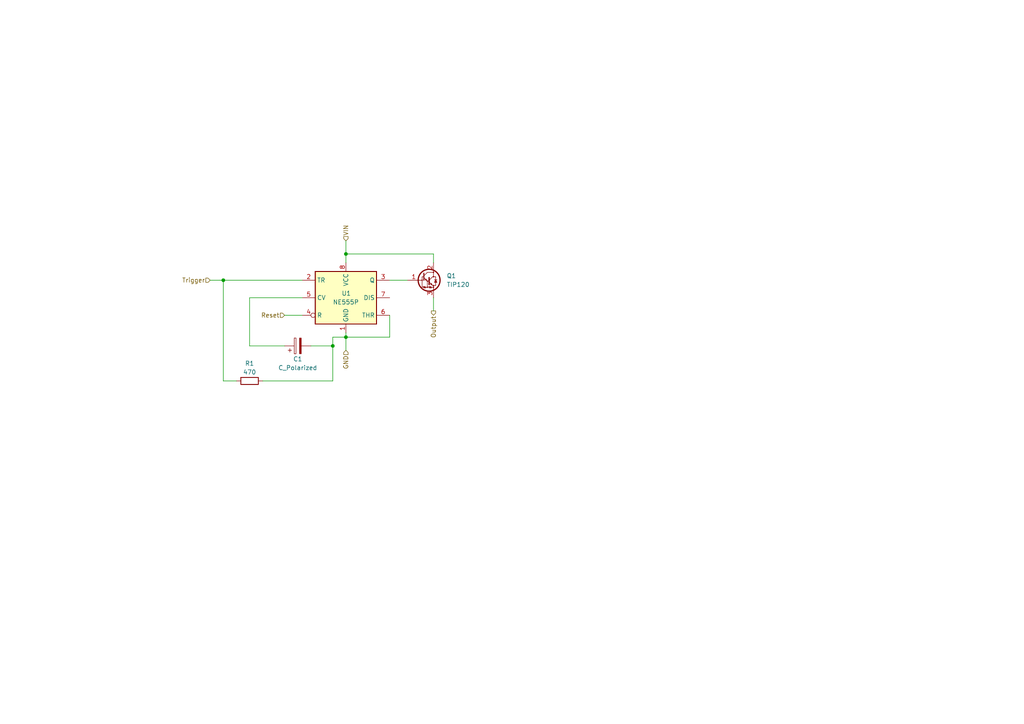
<source format=kicad_sch>
(kicad_sch (version 20230121) (generator eeschema)
  (paper "A4")
  (lib_symbols
    (symbol "Device:C_Polarized" (pin_numbers hide) (pin_names (offset 0.254))
      (property "Reference" "C" (at 0.635 2.54 0))
      (property "Value" "C_Polarized" (at 0.635 -2.54 0))
      (symbol "C_Polarized_0_1"
        (rectangle (start -2.286 0.508) (end 2.286 1.016))
        (polyline (pts (xy -1.778 2.286) (xy -0.762 2.286)))
        (polyline (pts (xy -1.27 2.794) (xy -1.27 1.778)))
        (rectangle (start 2.286 -0.508) (end -2.286 -1.016) (fill (type outline)))
      )
      (symbol "C_Polarized_1_1"
        (pin passive line (at 0 3.81 270) (length 2.794) (name "~") (number "1"))
        (pin passive line (at 0 -3.81 90) (length 2.794) (name "~") (number "2"))
      )
    )
    (symbol "Device:R" (pin_numbers hide) (pin_names (offset 0))
      (property "Reference" "R" (at 2.032 0 90))
      (property "Value" "R" (at 0 0 90))
      (symbol "R_0_1"
        (rectangle (start -1.016 -2.54) (end 1.016 2.54) (stroke (width 0.254)))
      )
      (symbol "R_1_1"
        (pin passive line (at 0 3.81 270) (length 1.27) (name "~") (number "1"))
        (pin passive line (at 0 -3.81 90) (length 1.27) (name "~") (number "2"))
      )
    )
    (symbol "Timer:NE555P"
      (property "Reference" "U" (at -10.16 8.89 0))
      (property "Value" "NE555P" (at 2.54 8.89 0))
      (symbol "NE555P_0_0"
        (pin power_in line (at 0 -10.16 90) (length 2.54) (name "GND") (number "1"))
        (pin power_in line (at 0 10.16 270) (length 2.54) (name "VCC") (number "8"))
      )
      (symbol "NE555P_0_1"
        (rectangle (start -8.89 -7.62) (end 8.89 7.62) (stroke (width 0.254)) (fill (type background)))
        (rectangle (start -8.89 -7.62) (end 8.89 7.62) (stroke (width 0.254)) (fill (type background)))
      )
      (symbol "NE555P_1_1"
        (pin input line (at -12.7 5.08 0) (length 3.81) (name "TR") (number "2"))
        (pin output line (at 12.7 5.08 180) (length 3.81) (name "Q") (number "3"))
        (pin input inverted (at -12.7 -5.08 0) (length 3.81) (name "R") (number "4"))
        (pin input line (at -12.7 0 0) (length 3.81) (name "CV") (number "5"))
        (pin input line (at 12.7 -5.08 180) (length 3.81) (name "THR") (number "6"))
        (pin input line (at 12.7 0 180) (length 3.81) (name "DIS") (number "7"))
      )
    )
    (symbol "Transistor_BJT:TIP120" (pin_names (offset 0) hide)
      (property "Reference" "Q" (at 5.08 1.905 0))
      (property "Value" "TIP120" (at 5.08 0 0))
      (symbol "TIP120_0_1"
        (circle (center -0.762 0) (radius 0.127))
        (polyline (pts (xy -1.27 0) (xy -0.889 0)))
        (polyline (pts (xy 2.54 -2.032) (xy 2.54 -2.54)))
        (polyline (pts (xy 2.54 -1.524) (xy 3.175 -1.524)))
        (polyline (pts (xy 2.794 0.127) (xy 3.556 0.127)))
        (polyline (pts (xy 3.175 -0.635) (xy 3.175 -1.524)))
        (polyline (pts (xy 3.175 1.016) (xy 2.54 1.016)))
        (polyline (pts (xy 3.175 1.016) (xy 3.175 0.127)))
        (polyline (pts (xy -0.254 0.762) (xy 0.762 -0.254) (xy 1.27 -0.254)))
        (polyline (pts (xy -0.254 1.016) (xy -0.762 1.016) (xy -0.762 -2.032)))
        (polyline (pts (xy -0.254 1.27) (xy 0.762 2.286) (xy 2.54 2.286)))
        (polyline (pts (xy -0.254 2.032) (xy -0.254 0) (xy -0.254 0)) (stroke (width 0.3048)))
        (polyline (pts (xy 1.27 0.762) (xy 1.27 -1.27) (xy 1.27 -1.27)) (stroke (width 0.381)))
        (polyline (pts (xy 0.635 -0.127) (xy 0.381 0.381) (xy 0.127 0.127) (xy 0.635 -0.127)))
        (polyline (pts (xy 1.27 -0.508) (xy 2.286 -1.524) (xy 2.54 -1.524) (xy 2.54 -2.032)))
        (polyline (pts (xy 1.27 0) (xy 2.286 1.016) (xy 2.54 1.016) (xy 2.54 2.286)))
        (polyline (pts (xy 2.159 -1.397) (xy 1.905 -0.889) (xy 1.651 -1.143) (xy 2.159 -1.397)))
        (polyline (pts (xy 3.175 0.127) (xy 2.794 -0.635) (xy 3.556 -0.635) (xy 3.175 0.127)) (fill (type outline)))
        (polyline (pts (xy 0.762 -2.032) (xy 0.381 -2.032) (xy 0.254 -2.286) (xy 0.127 -1.778) (xy 0 -2.286) (xy -0.127 -1.778) (xy -0.254 -2.286) (xy -0.381 -1.778) (xy -0.508 -2.032) (xy -0.762 -2.032)))
        (polyline (pts (xy 0.762 -0.254) (xy 0.762 -2.032) (xy 1.143 -2.032) (xy 1.27 -1.778) (xy 1.397 -2.286) (xy 1.524 -1.778) (xy 1.651 -2.286) (xy 1.778 -1.778) (xy 1.905 -2.286) (xy 2.032 -2.032) (xy 2.54 -2.032)))
        (circle (center 0.762 -2.032) (radius 0.127))
        (circle (center 0.762 -0.254) (radius 0.127))
        (circle (center 1.27 0) (radius 3.175) (stroke (width 0.3556)))
        (circle (center 2.54 -2.032) (radius 0.127))
        (circle (center 2.54 -1.524) (radius 0.127))
        (circle (center 2.54 1.016) (radius 0.127))
        (circle (center 2.54 2.286) (radius 0.127))
      )
      (symbol "TIP120_1_1"
        (pin input line (at -5.08 0 0) (length 3.81) (name "B") (number "1"))
        (pin passive line (at 2.54 5.08 270) (length 2.667) (name "C") (number "2"))
        (pin passive line (at 2.54 -5.08 90) (length 2.54) (name "E") (number "3"))
      )
    )
  )
  (junction (at 100.33 97.79))
  (junction (at 100.33 73.66))
  (junction (at 96.52 100.33))
  (junction (at 64.77 81.28))
  (wire (pts (xy 90.17 100.33) (xy 96.52 100.33)))
  (wire (pts (xy 113.03 91.44) (xy 113.03 97.79)))
  (wire (pts (xy 100.33 73.66) (xy 125.73 73.66)))
  (wire (pts (xy 76.2 110.49) (xy 96.52 110.49)))
  (wire (pts (xy 72.39 86.36) (xy 87.63 86.36)))
  (wire (pts (xy 96.52 97.79) (xy 100.33 97.79)))
  (wire (pts (xy 82.55 100.33) (xy 72.39 100.33)))
  (wire (pts (xy 100.33 96.52) (xy 100.33 97.79)))
  (wire (pts (xy 125.73 86.36) (xy 125.73 90.17)))
  (wire (pts (xy 64.77 81.28) (xy 87.63 81.28)))
  (wire (pts (xy 96.52 110.49) (xy 96.52 100.33)))
  (wire (pts (xy 96.52 100.33) (xy 96.52 97.79)))
  (wire (pts (xy 100.33 69.85) (xy 100.33 73.66)))
  (wire (pts (xy 125.73 76.2) (xy 125.73 73.66)))
  (wire (pts (xy 82.55 91.44) (xy 87.63 91.44)))
  (wire (pts (xy 64.77 110.49) (xy 68.58 110.49)))
  (wire (pts (xy 72.39 100.33) (xy 72.39 86.36)))
  (wire (pts (xy 60.96 81.28) (xy 64.77 81.28)))
  (wire (pts (xy 100.33 73.66) (xy 100.33 76.2)))
  (wire (pts (xy 113.03 81.28) (xy 118.11 81.28)))
  (wire (pts (xy 100.33 97.79) (xy 100.33 101.6)))
  (wire (pts (xy 100.33 97.79) (xy 113.03 97.79)))
  (wire (pts (xy 64.77 81.28) (xy 64.77 110.49)))
  (hierarchical_label "Reset" (shape input) (at 82.55 91.44 180))
  (hierarchical_label "Trigger" (shape input) (at 60.96 81.28 180))
  (hierarchical_label "VIN" (shape input) (at 100.33 69.85 90))
  (hierarchical_label "GND" (shape input) (at 100.33 101.6 270))
  (hierarchical_label "Output" (shape output) (at 125.73 90.17 270))
  (symbol (lib_id "Transistor_BJT:TIP120") (at 123.19 81.28 0) (unit 1)
    (property "Reference" "Q1" (at 129.54 80.01 0) (effects (justify left)))
    (property "Value" "TIP120" (at 129.54 82.55 0) (effects (justify left)))
    (property "Footprint" "Package_TO_SOT_THT:TO-220-3_Vertical" (effects hide))
    (property "Datasheet" "https://www.onsemi.com/pub/Collateral/TIP120-D.PDF" (effects hide))
  )
  (symbol (lib_id "Timer:NE555P") (at 100.33 86.36 0) (unit 1)
    (property "Reference" "U1" (at 99.06 85.09 0) (effects (justify left)))
    (property "Value" "NE555P" (at 96.52 87.63 0) (effects (justify left)))
    (property "Footprint" "Package_DIP:DIP-8_W7.62mm" (effects hide))
    (property "Datasheet" "http://www.ti.com/lit/ds/symlink/ne555.pdf" (effects hide))
  )
  (symbol (lib_id "Device:R") (at 72.39 110.49 90) (unit 1)
    (property "Reference" "R1" (at 72.39 105.41 90))
    (property "Value" "470" (at 72.39 107.95 90))
    (property "Footprint" "Resistor_THT:R_Axial_DIN0411_L9.9mm_D3.6mm_P7.62mm_Vertical" (effects hide))
  )
  (symbol (lib_id "Device:C_Polarized") (at 86.36 100.33 90) (unit 1)
    (property "Reference" "C1" (at 86.36 104.14 90))
    (property "Value" "C_Polarized" (at 86.36 106.68 90))
    (property "Footprint" "Capacitor_THT:CP_Radial_Tantal_D8.0mm_P5.00mm" (effects hide))
  )
)
</source>
